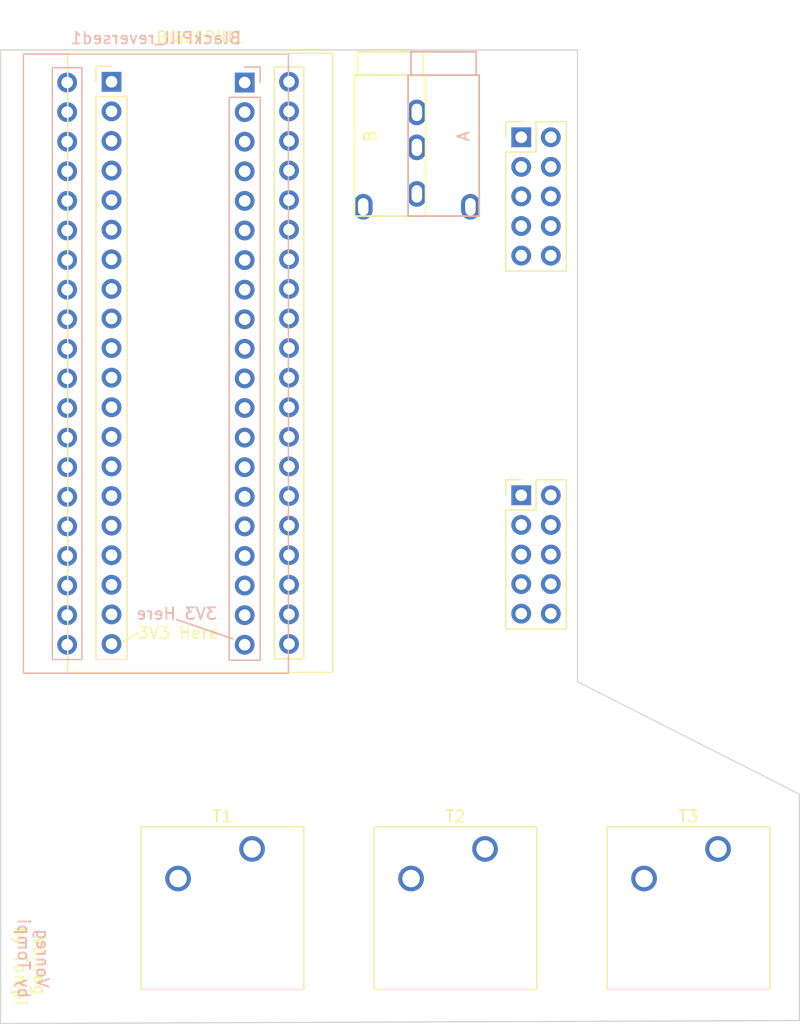
<source format=kicad_pcb>
(kicad_pcb (version 20211014) (generator pcbnew)
  (layers (0 "F.Cu" signal) (31 "B.Cu" signal) (34 "B.Paste" user) (35 "F.Paste" user) (36 "B.SilkS" user "B.Silkscreen") (37 "F.SilkS" user "F.Silkscreen") (38 "B.Mask" user) (39 "F.Mask" user) (44 "Edge.Cuts" user))
  (net 0 "")
  (net 2 "K1")
  (net 3 "GND")
  (net 4 "K2")
  (net 5 "3V3")
  (net 6 "K3")
  (net 8 "K4")
  (net 11 "K13")
  (net 13 "K14")
  (net 15 "K15")
  (net 17 "T1")
  (net 19 "T2")
  (net 20 "K5")
  (net 21 "T3")
  (net 22 "K6")
  (net 24 "K7")
  (net 25 "TX1")
  (net 26 "K8")
  (net 28 "K9")
  (net 30 "K10")
  (net 32 "K11")
  (net 34 "K12")
  (footprint "Button_Switch_Keyboard:SW_Cherry_MX_1.00u_PCB" (layer "F.Cu") (at 83.6295 103.886)
    (fp_text reference "T2" (at -2.54 -2.794) (layer "F.SilkS"))
    (fp_text value "SW_Push")
    (fp_line (start 4.445 -1.905) (end 4.445 12.065) (layer "F.SilkS") (width 0.12))
    (fp_line (start 4.445 12.065) (end -9.525 12.065) (layer "F.SilkS") (width 0.12))
    (fp_line (start -9.525 -1.905) (end 4.445 -1.905) (layer "F.SilkS") (width 0.12))
    (fp_line (start -9.525 12.065) (end -9.525 -1.905) (layer "F.SilkS") (width 0.12))
    (pad "" np_thru_hole circle (at -7.62 5.08) (size 1.7 1.7) (drill 1.7) (layers *.Cu *.Mask))
    (pad "" np_thru_hole circle (at -2.54 5.08) (size 4 4) (drill 4) (layers *.Cu *.Mask))
    (pad "" np_thru_hole circle (at 2.54 5.08) (size 1.7 1.7) (drill 1.7) (layers *.Cu *.Mask))
    (pad "1" thru_hole circle (at 0 0) (size 2.2 2.2) (drill 1.5) (layers *.Cu *.Mask) (net 3 "GND"))
    (pad "2" thru_hole circle (at -6.35 2.54) (size 2.2 2.2) (drill 1.5) (layers *.Cu *.Mask) (net 19 "T2"))
  )
  (footprint "Button_Switch_Keyboard:SW_Cherry_MX_1.00u_PCB" (layer "F.Cu") (at 103.632 103.886)
    (fp_text reference "T3" (at -2.54 -2.794) (layer "F.SilkS"))
    (fp_text value "SW_Push")
    (fp_line (start 4.445 12.065) (end -9.525 12.065) (layer "F.SilkS") (width 0.12))
    (fp_line (start -9.525 -1.905) (end 4.445 -1.905) (layer "F.SilkS") (width 0.12))
    (fp_line (start -9.525 12.065) (end -9.525 -1.905) (layer "F.SilkS") (width 0.12))
    (fp_line (start 4.445 -1.905) (end 4.445 12.065) (layer "F.SilkS") (width 0.12))
    (pad "" np_thru_hole circle (at -2.54 5.08) (size 4 4) (drill 4) (layers *.Cu *.Mask))
    (pad "" np_thru_hole circle (at 2.54 5.08) (size 1.7 1.7) (drill 1.7) (layers *.Cu *.Mask))
    (pad "" np_thru_hole circle (at -7.62 5.08) (size 1.7 1.7) (drill 1.7) (layers *.Cu *.Mask))
    (pad "1" thru_hole circle (at 0 0) (size 2.2 2.2) (drill 1.5) (layers *.Cu *.Mask) (net 3 "GND"))
    (pad "2" thru_hole circle (at -6.35 2.54) (size 2.2 2.2) (drill 1.5) (layers *.Cu *.Mask) (net 21 "T3"))
  )
  (footprint "Connector_PinHeader_2.54mm:PinHeader_2x05_P2.54mm_Vertical" (layer "F.Cu") (at 86.736 73.533)
    (fp_text reference "" (at 1.27 -2.33) (layer "F.SilkS"))
    (fp_text value "Conn_02x05_Odd_Even")
    (fp_line (start -1.33 1.27) (end 1.27 1.27) (layer "F.SilkS") (width 0.12))
    (fp_line (start -1.33 0) (end -1.33 -1.33) (layer "F.SilkS") (width 0.12))
    (fp_line (start 1.27 1.27) (end 1.27 -1.33) (layer "F.SilkS") (width 0.12))
    (fp_line (start -1.33 11.49) (end 3.87 11.49) (layer "F.SilkS") (width 0.12))
    (fp_line (start -1.33 1.27) (end -1.33 11.49) (layer "F.SilkS") (width 0.12))
    (fp_line (start 3.87 -1.33) (end 3.87 11.49) (layer "F.SilkS") (width 0.12))
    (fp_line (start 1.27 -1.33) (end 3.87 -1.33) (layer "F.SilkS") (width 0.12))
    (fp_line (start -1.33 -1.33) (end 0 -1.33) (layer "F.SilkS") (width 0.12))
    (pad "1" thru_hole rect (at 0 0) (size 1.7 1.7) (drill 1) (layers *.Cu *.Mask) (net 32 "K11"))
    (pad "2" thru_hole oval (at 2.54 0) (size 1.7 1.7) (drill 1) (layers *.Cu *.Mask) (net 34 "K12"))
    (pad "3" thru_hole oval (at 0 2.54) (size 1.7 1.7) (drill 1) (layers *.Cu *.Mask) (net 11 "K13"))
    (pad "4" thru_hole oval (at 2.54 2.54) (size 1.7 1.7) (drill 1) (layers *.Cu *.Mask) (net 13 "K14"))
    (pad "5" thru_hole oval (at 0 5.08) (size 1.7 1.7) (drill 1) (layers *.Cu *.Mask) (net 15 "K15"))
    (pad "6" thru_hole oval (at 2.54 5.08) (size 1.7 1.7) (drill 1) (layers *.Cu *.Mask))
    (pad "7" thru_hole oval (at 0 7.62) (size 1.7 1.7) (drill 1) (layers *.Cu *.Mask))
    (pad "8" thru_hole oval (at 2.54 7.62) (size 1.7 1.7) (drill 1) (layers *.Cu *.Mask))
    (pad "9" thru_hole oval (at 0 10.16) (size 1.7 1.7) (drill 1) (layers *.Cu *.Mask))
    (pad "10" thru_hole oval (at 2.54 10.16) (size 1.7 1.7) (drill 1) (layers *.Cu *.Mask) (net 3 "GND"))
  )
  (footprint "Button_Switch_Keyboard:SW_Cherry_MX_1.00u_PCB" (layer "F.Cu") (at 63.627 103.886)
    (fp_text reference "T1" (at -2.54 -2.794) (layer "F.SilkS"))
    (fp_text value "SW_Push")
    (fp_line (start 4.445 -1.905) (end 4.445 12.065) (layer "F.SilkS") (width 0.12))
    (fp_line (start -9.525 12.065) (end -9.525 -1.905) (layer "F.SilkS") (width 0.12))
    (fp_line (start 4.445 12.065) (end -9.525 12.065) (layer "F.SilkS") (width 0.12))
    (fp_line (start -9.525 -1.905) (end 4.445 -1.905) (layer "F.SilkS") (width 0.12))
    (pad "" np_thru_hole circle (at -7.62 5.08) (size 1.7 1.7) (drill 1.7) (layers *.Cu *.Mask))
    (pad "" np_thru_hole circle (at -2.54 5.08) (size 4 4) (drill 4) (layers *.Cu *.Mask))
    (pad "" np_thru_hole circle (at 2.54 5.08) (size 1.7 1.7) (drill 1.7) (layers *.Cu *.Mask))
    (pad "1" thru_hole circle (at 0 0) (size 2.2 2.2) (drill 1.5) (layers *.Cu *.Mask) (net 3 "GND"))
    (pad "2" thru_hole circle (at -6.35 2.54) (size 2.2 2.2) (drill 1.5) (layers *.Cu *.Mask) (net 17 "T1"))
  )
  (footprint "keebio:TRRS-PJ-320A-dual" (layer "F.Cu") (at 77.773 37.465)
    (fp_text reference "J1")
    (fp_text value "AudioJack4")
    (fp_text user "A" (at 4 5.25 270) (layer "B.SilkS") (effects (justify mirror)))
    (fp_text user "B" (at -4 5.25 90) (layer "F.SilkS"))
    (fp_line (start -0.75 0) (end -0.75 12.1) (layer "B.SilkS") (width 0.15))
    (fp_line (start 5.35 0) (end 5.35 12.1) (layer "B.SilkS") (width 0.15))
    (fp_line (start -0.75 12.1) (end 5.35 12.1) (layer "B.SilkS") (width 0.15))
    (fp_line (start 5.1 0) (end 5.1 -2) (layer "B.SilkS") (width 0.15))
    (fp_line (start -0.75 0) (end 5.35 0) (layer "B.SilkS") (width 0.15))
    (fp_line (start -0.5 0) (end -0.5 -2) (layer "B.SilkS") (width 0.15))
    (fp_line (start -0.5 -2) (end 5.1 -2) (layer "B.SilkS") (width 0.15))
    (fp_line (start 0.5 0) (end 0.5 -2) (layer "F.SilkS") (width 0.15))
    (fp_line (start 0.75 0) (end 0.75 12.1) (layer "F.SilkS") (width 0.15))
    (fp_line (start -5.1 0) (end -5.1 -2) (layer "F.SilkS") (width 0.15))
    (fp_line (start 0.75 12.1) (end -5.35 12.1) (layer "F.SilkS") (width 0.15))
    (fp_line (start 0.75 0) (end -5.35 0) (layer "F.SilkS") (width 0.15))
    (fp_line (start -5.35 0) (end -5.35 12.1) (layer "F.SilkS") (width 0.15))
    (fp_line (start 0.5 -2) (end -5.1 -2) (layer "F.SilkS") (width 0.15))
    (pad "" np_thru_hole circle locked (at 2.3 1.6) (size 1.5 1.5) (drill 1.5) (layers *.Cu *.Mask))
    (pad "" np_thru_hole circle locked (at -2.3 1.6) (size 1.5 1.5) (drill 1.5) (layers *.Cu *.Mask))
    (pad "" np_thru_hole circle locked (at 2.3 8.6) (size 1.5 1.5) (drill 1.5) (layers *.Cu *.Mask))
    (pad "" np_thru_hole circle locked (at -2.3 8.6) (size 1.5 1.5) (drill 1.5) (layers *.Cu *.Mask))
    (pad "1" thru_hole oval locked (at 4.6 11.3) (size 1.6 2.2) (drill oval 0.9 1.5) (layers *.Cu *.Mask))
    (pad "1" thru_hole oval locked (at -4.6 11.3) (size 1.6 2.2) (drill oval 0.9 1.5) (layers *.Cu *.Mask))
    (pad "2" thru_hole oval locked (at 0 10.2) (size 1.6 2.2) (drill oval 0.9 1.5) (layers *.Cu *.Mask))
    (pad "3" thru_hole oval locked (at 0 6.2) (size 1.6 2.2) (drill oval 0.9 1.5) (layers *.Cu *.Mask))
    (pad "4" thru_hole oval locked (at 0 3.2) (size 1.6 2.2) (drill oval 0.9 1.5) (layers *.Cu *.Mask))
  )
  (footprint "Blackpill:YAAJ_WeAct_BlackPill_2" (layer "F.Cu") (at 51.562 38.035)
    (fp_text reference "BlackPill1" (at 7.62 -3.81) (layer "F.SilkS"))
    (fp_text value "YAAJ_WeAct_BlackPill_Part_Like" hide)
    (fp_line (start -1.33 49.59) (end -1.33 1.27) (layer "F.SilkS") (width 0.12))
    (fp_line (start -1.33 -1.33) (end 0 -1.33) (layer "F.SilkS") (width 0.12))
    (fp_line (start 13.97 49.53) (end 13.97 -1.27) (layer "F.SilkS") (width 0.12))
    (fp_line (start 13.97 -1.27) (end 16.51 -1.27) (layer "F.SilkS") (width 0.12))
    (fp_line (start 1.33 49.59) (end -1.33 49.59) (layer "F.SilkS") (width 0.12))
    (fp_line (start -3.755 -2.445) (end 18.995 -2.445) (layer "F.SilkS") (width 0.12))
    (fp_line (start 18.995 -2.445) (end 18.995 50.705) (layer "F.SilkS") (width 0.12))
    (fp_line (start 16.51 -1.27) (end 16.51 49.53) (layer "F.SilkS") (width 0.12))
    (fp_line (start 1.33 1.27) (end 1.33 49.59) (layer "F.SilkS") (width 0.12))
    (fp_line (start 16.51 49.53) (end 13.97 49.53) (layer "F.SilkS") (width 0.12))
    (fp_line (start -1.33 1.27) (end 1.33 1.27) (layer "F.SilkS") (width 0.12))
    (fp_line (start -3.755 50.705) (end -3.755 -2.445) (layer "F.SilkS") (width 0.12))
    (fp_line (start -1.33 0) (end -1.33 -1.33) (layer "F.SilkS") (width 0.12))
    (fp_line (start 18.995 50.705) (end -3.755 50.705) (layer "F.SilkS") (width 0.12))
    (pad "1" thru_hole rect locked (at 0 0) (size 1.7 1.7) (drill 1) (layers *.Cu *.Mask) (net 2 "K1"))
    (pad "2" thru_hole circle locked (at 0 2.54) (size 1.7 1.7) (drill 1) (layers *.Cu *.Mask) (net 4 "K2"))
    (pad "3" thru_hole circle locked (at 0 5.08) (size 1.7 1.7) (drill 1) (layers *.Cu *.Mask) (net 6 "K3"))
    (pad "4" thru_hole circle locked (at 0 7.62) (size 1.7 1.7) (drill 1) (layers *.Cu *.Mask) (net 8 "K4"))
    (pad "5" thru_hole circle locked (at 0 10.16) (size 1.7 1.7) (drill 1) (layers *.Cu *.Mask))
    (pad "6" thru_hole circle locked (at 0 12.7) (size 1.7 1.7) (drill 1) (layers *.Cu *.Mask))
    (pad "7" thru_hole circle locked (at 0 15.24) (size 1.7 1.7) (drill 1) (layers *.Cu *.Mask))
    (pad "8" thru_hole circle locked (at 0 17.78) (size 1.7 1.7) (drill 1) (layers *.Cu *.Mask))
    (pad "9" thru_hole circle locked (at 0 20.32) (size 1.7 1.7) (drill 1) (layers *.Cu *.Mask))
    (pad "10" thru_hole circle locked (at 0 22.86) (size 1.7 1.7) (drill 1) (layers *.Cu *.Mask) (net 20 "K5"))
    (pad "11" thru_hole circle locked (at 0 25.4) (size 1.7 1.7) (drill 1) (layers *.Cu *.Mask) (net 22 "K6"))
    (pad "12" thru_hole circle locked (at 0 27.94) (size 1.7 1.7) (drill 1) (layers *.Cu *.Mask) (net 24 "K7"))
    (pad "13" thru_hole circle locked (at 0 30.48) (size 1.7 1.7) (drill 1) (layers *.Cu *.Mask) (net 26 "K8"))
    (pad "14" thru_hole circle locked (at 0 33.02) (size 1.7 1.7) (drill 1) (layers *.Cu *.Mask) (net 28 "K9"))
    (pad "15" thru_hole circle locked (at 0 35.56) (size 1.7 1.7) (drill 1) (layers *.Cu *.Mask) (net 30 "K10"))
    (pad "16" thru_hole circle locked (at 0 38.1) (size 1.7 1.7) (drill 1) (layers *.Cu *.Mask) (net 32 "K11"))
    (pad "17" thru_hole circle locked (at 0 40.64) (size 1.7 1.7) (drill 1) (layers *.Cu *.Mask) (net 34 "K12"))
    (pad "18" thru_hole circle locked (at 0 43.18) (size 1.7 1.7) (drill 1) (layers *.Cu *.Mask))
    (pad "19" thru_hole circle locked (at 0 45.72) (size 1.7 1.7) (drill 1) (layers *.Cu *.Mask) (net 3 "GND"))
    (pad "20" thru_hole circle locked (at 0 48.26) (size 1.7 1.7) (drill 1) (layers *.Cu *.Mask) (net 5 "3V3"))
    (pad "21" thru_hole circle locked (at 15.24 48.26) (size 1.7 1.7) (drill 1) (layers *.Cu *.Mask))
    (pad "22" thru_hole circle locked (at 15.24 45.72) (size 1.7 1.7) (drill 1) (layers *.Cu *.Mask))
    (pad "23" thru_hole circle locked (at 15.24 43.18) (size 1.7 1.7) (drill 1) (layers *.Cu *.Mask))
    (pad "24" thru_hole circle locked (at 15.24 40.64) (size 1.7 1.7) (drill 1) (layers *.Cu *.Mask))
    (pad "25" thru_hole circle locked (at 15.24 38.1) (size 1.7 1.7) (drill 1) (layers *.Cu *.Mask))
    (pad "26" thru_hole circle locked (at 15.24 35.56) (size 1.7 1.7) (drill 1) (layers *.Cu *.Mask))
    (pad "27" thru_hole circle locked (at 15.24 33.02) (size 1.7 1.7) (drill 1) (layers *.Cu *.Mask))
    (pad "28" thru_hole circle locked (at 15.24 30.48) (size 1.7 1.7) (drill 1) (layers *.Cu *.Mask) (net 25 "TX1"))
    (pad "29" thru_hole circle locked (at 15.24 27.94) (size 1.7 1.7) (drill 1) (layers *.Cu *.Mask))
    (pad "30" thru_hole circle locked (at 15.24 25.4) (size 1.7 1.7) (drill 1) (layers *.Cu *.Mask) (net 21 "T3"))
    (pad "31" thru_hole circle locked (at 15.24 22.86) (size 1.7 1.7) (drill 1) (layers *.Cu *.Mask) (net 19 "T2"))
    (pad "32" thru_hole circle locked (at 15.24 20.32) (size 1.7 1.7) (drill 1) (layers *.Cu *.Mask) (net 17 "T1"))
    (pad "33" thru_hole circle locked (at 15.24 17.78) (size 1.7 1.7) (drill 1) (layers *.Cu *.Mask) (net 15 "K15"))
    (pad "34" thru_hole circle locked (at 15.24 15.24) (size 1.7 1.7) (drill 1) (layers *.Cu *.Mask) (net 13 "K14"))
    (pad "35" thru_hole circle locked (at 15.24 12.7) (size 1.7 1.7) (drill 1) (layers *.Cu *.Mask) (net 11 "K13"))
    (pad "36" thru_hole circle locked (at 15.24 10.16) (size 1.7 1.7) (drill 1) (layers *.Cu *.Mask))
    (pad "37" thru_hole circle locked (at 15.24 7.62) (size 1.7 1.7) (drill 1) (layers *.Cu *.Mask))
    (pad "38" thru_hole circle locked (at 15.24 5.08) (size 1.7 1.7) (drill 1) (layers *.Cu *.Mask) (net 5 "3V3"))
    (pad "39" thru_hole circle locked (at 15.24 2.54) (size 1.7 1.7) (drill 1) (layers *.Cu *.Mask) (net 3 "GND"))
    (pad "40" thru_hole circle locked (at 15.24 0) (size 1.7 1.7) (drill 1) (layers *.Cu *.Mask))
  )
  (footprint "Connector_PinHeader_2.54mm:PinHeader_2x05_P2.54mm_Vertical" (layer "F.Cu") (at 86.736 42.799)
    (fp_text reference "" (at 1.27 -2.33) (layer "F.SilkS"))
    (fp_text value "Conn_02x05_Odd_Even")
    (fp_line (start 3.87 -1.33) (end 3.87 11.49) (layer "F.SilkS") (width 0.12))
    (fp_line (start -1.33 -1.33) (end 0 -1.33) (layer "F.SilkS") (width 0.12))
    (fp_line (start -1.33 1.27) (end -1.33 11.49) (layer "F.SilkS") (width 0.12))
    (fp_line (start -1.33 0) (end -1.33 -1.33) (layer "F.SilkS") (width 0.12))
    (fp_line (start 1.27 -1.33) (end 3.87 -1.33) (layer "F.SilkS") (width 0.12))
    (fp_line (start 1.27 1.27) (end 1.27 -1.33) (layer "F.SilkS") (width 0.12))
    (fp_line (start -1.33 11.49) (end 3.87 11.49) (layer "F.SilkS") (width 0.12))
    (fp_line (start -1.33 1.27) (end 1.27 1.27) (layer "F.SilkS") (width 0.12))
    (pad "1" thru_hole rect (at 0 0) (size 1.7 1.7) (drill 1) (layers *.Cu *.Mask) (net 2 "K1"))
    (pad "2" thru_hole oval (at 2.54 0) (size 1.7 1.7) (drill 1) (layers *.Cu *.Mask) (net 4 "K2"))
    (pad "3" thru_hole oval (at 0 2.54) (size 1.7 1.7) (drill 1) (layers *.Cu *.Mask) (net 6 "K3"))
    (pad "4" thru_hole oval (at 2.54 2.54) (size 1.7 1.7) (drill 1) (layers *.Cu *.Mask) (net 8 "K4"))
    (pad "5" thru_hole oval (at 0 5.08) (size 1.7 1.7) (drill 1) (layers *.Cu *.Mask) (net 20 "K5"))
    (pad "6" thru_hole oval (at 2.54 5.08) (size 1.7 1.7) (drill 1) (layers *.Cu *.Mask) (net 22 "K6"))
    (pad "7" thru_hole oval (at 0 7.62) (size 1.7 1.7) (drill 1) (layers *.Cu *.Mask) (net 24 "K7"))
    (pad "8" thru_hole oval (at 2.54 7.62) (size 1.7 1.7) (drill 1) (layers *.Cu *.Mask) (net 26 "K8"))
    (pad "9" thru_hole oval (at 0 10.16) (size 1.7 1.7) (drill 1) (layers *.Cu *.Mask) (net 28 "K9"))
    (pad "10" thru_hole oval (at 2.54 10.16) (size 1.7 1.7) (drill 1) (layers *.Cu *.Mask) (net 30 "K10"))
  )
  (footprint "Blackpill:YAAJ_WeAct_BlackPill_2" (layer "B.Cu") (at 62.992 38.1 180)
    (fp_text reference "BlackPill_reversed1" (at 7.62 3.81) (layer "B.SilkS") (effects (justify mirror)))
    (fp_text value "YAAJ_WeAct_BlackPill_Part_Like" hide)
    (fp_line (start 13.97 1.27) (end 16.51 1.27) (layer "B.SilkS") (width 0.12))
    (fp_line (start 18.995 2.445) (end 18.995 -50.705) (layer "B.SilkS") (width 0.12))
    (fp_line (start 1.33 -49.59) (end -1.33 -49.59) (layer "B.SilkS") (width 0.12))
    (fp_line (start -1.33 1.33) (end 0 1.33) (layer "B.SilkS") (width 0.12))
    (fp_line (start 16.51 1.27) (end 16.51 -49.53) (layer "B.SilkS") (width 0.12))
    (fp_line (start -3.755 -50.705) (end -3.755 2.445) (layer "B.SilkS") (width 0.12))
    (fp_line (start 1.33 -1.27) (end 1.33 -49.59) (layer "B.SilkS") (width 0.12))
    (fp_line (start 16.51 -49.53) (end 13.97 -49.53) (layer "B.SilkS") (width 0.12))
    (fp_line (start 13.97 -49.53) (end 13.97 1.27) (layer "B.SilkS") (width 0.12))
    (fp_line (start 18.995 -50.705) (end -3.755 -50.705) (layer "B.SilkS") (width 0.12))
    (fp_line (start -1.33 -1.27) (end 1.33 -1.27) (layer "B.SilkS") (width 0.12))
    (fp_line (start -1.33 0) (end -1.33 1.33) (layer "B.SilkS") (width 0.12))
    (fp_line (start -1.33 -49.59) (end -1.33 -1.27) (layer "B.SilkS") (width 0.12))
    (fp_line (start -3.755 2.445) (end 18.995 2.445) (layer "B.SilkS") (width 0.12))
    (pad "1" thru_hole rect locked (at 0 0 180) (size 1.7 1.7) (drill 1) (layers *.Cu *.Mask) (net 2 "K1"))
    (pad "2" thru_hole circle locked (at 0 -2.54 180) (size 1.7 1.7) (drill 1) (layers *.Cu *.Mask) (net 4 "K2"))
    (pad "3" thru_hole circle locked (at 0 -5.08 180) (size 1.7 1.7) (drill 1) (layers *.Cu *.Mask) (net 6 "K3"))
    (pad "4" thru_hole circle locked (at 0 -7.62 180) (size 1.7 1.7) (drill 1) (layers *.Cu *.Mask) (net 8 "K4"))
    (pad "5" thru_hole circle locked (at 0 -10.16 180) (size 1.7 1.7) (drill 1) (layers *.Cu *.Mask))
    (pad "6" thru_hole circle locked (at 0 -12.7 180) (size 1.7 1.7) (drill 1) (layers *.Cu *.Mask))
    (pad "7" thru_hole circle locked (at 0 -15.24 180) (size 1.7 1.7) (drill 1) (layers *.Cu *.Mask))
    (pad "8" thru_hole circle locked (at 0 -17.78 180) (size 1.7 1.7) (drill 1) (layers *.Cu *.Mask))
    (pad "9" thru_hole circle locked (at 0 -20.32 180) (size 1.7 1.7) (drill 1) (layers *.Cu *.Mask))
    (pad "10" thru_hole circle locked (at 0 -22.86 180) (size 1.7 1.7) (drill 1) (layers *.Cu *.Mask) (net 20 "K5"))
    (pad "11" thru_hole circle locked (at 0 -25.4 180) (size 1.7 1.7) (drill 1) (layers *.Cu *.Mask) (net 22 "K6"))
    (pad "12" thru_hole circle locked (at 0 -27.94 180) (size 1.7 1.7) (drill 1) (layers *.Cu *.Mask) (net 24 "K7"))
    (pad "13" thru_hole circle locked (at 0 -30.48 180) (size 1.7 1.7) (drill 1) (layers *.Cu *.Mask) (net 26 "K8"))
    (pad "14" thru_hole circle locked (at 0 -33.02 180) (size 1.7 1.7) (drill 1) (layers *.Cu *.Mask) (net 28 "K9"))
    (pad "15" thru_hole circle locked (at 0 -35.56 180) (size 1.7 1.7) (drill 1) (layers *.Cu *.Mask) (net 30 "K10"))
    (pad "16" thru_hole circle locked (at 0 -38.1 180) (size 1.7 1.7) (drill 1) (layers *.Cu *.Mask) (net 32 "K11"))
    (pad "17" thru_hole circle locked (at 0 -40.64 180) (size 1.7 1.7) (drill 1) (layers *.Cu *.Mask) (net 34 "K12"))
    (pad "18" thru_hole circle locked (at 0 -43.18 180) (size 1.7 1.7) (drill 1) (layers *.Cu *.Mask))
    (pad "19" thru_hole circle locked (at 0 -45.72 180) (size 1.7 1.7) (drill 1) (layers *.Cu *.Mask) (net 3 "GND"))
    (pad "20" thru_hole circle locked (at 0 -48.26 180) (size 1.7 1.7) (drill 1) (layers *.Cu *.Mask) (net 5 "3V3"))
    (pad "21" thru_hole circle locked (at 15.24 -48.26 180) (size 1.7 1.7) (drill 1) (layers *.Cu *.Mask))
    (pad "22" thru_hole circle locked (at 15.24 -45.72 180) (size 1.7 1.7) (drill 1) (layers *.Cu *.Mask))
    (pad "23" thru_hole circle locked (at 15.24 -43.18 180) (size 1.7 1.7) (drill 1) (layers *.Cu *.Mask))
    (pad "24" thru_hole circle locked (at 15.24 -40.64 180) (size 1.7 1.7) (drill 1) (layers *.Cu *.Mask))
    (pad "25" thru_hole circle locked (at 15.24 -38.1 180) (size 1.7 1.7) (drill 1) (layers *.Cu *.Mask))
    (pad "26" thru_hole circle locked (at 15.24 -35.56 180) (size 1.7 1.7) (drill 1) (layers *.Cu *.Mask))
    (pad "27" thru_hole circle locked (at 15.24 -33.02 180) (size 1.7 1.7) (drill 1) (layers *.Cu *.Mask))
    (pad "28" thru_hole circle locked (at 15.24 -30.48 180) (size 1.7 1.7) (drill 1) (layers *.Cu *.Mask) (net 25 "TX1"))
    (pad "29" thru_hole circle locked (at 15.24 -27.94 180) (size 1.7 1.7) (drill 1) (layers *.Cu *.Mask))
    (pad "30" thru_hole circle locked (at 15.24 -25.4 180) (size 1.7 1.7) (drill 1) (layers *.Cu *.Mask) (net 21 "T3"))
    (pad "31" thru_hole circle locked (at 15.24 -22.86 180) (size 1.7 1.7) (drill 1) (layers *.Cu *.Mask) (net 19 "T2"))
    (pad "32" thru_hole circle locked (at 15.24 -20.32 180) (size 1.7 1.7) (drill 1) (layers *.Cu *.Mask) (net 17 "T1"))
    (pad "33" thru_hole circle locked (at 15.24 -17.78 180) (size 1.7 1.7) (drill 1) (layers *.Cu *.Mask) (net 15 "K15"))
    (pad "34" thru_hole circle locked (at 15.24 -15.24 180) (size 1.7 1.7) (drill 1) (layers *.Cu *.Mask) (net 13 "K14"))
    (pad "35" thru_hole circle locked (at 15.24 -12.7 180) (size 1.7 1.7) (drill 1) (layers *.Cu *.Mask) (net 11 "K13"))
    (pad "36" thru_hole circle locked (at 15.24 -10.16 180) (size 1.7 1.7) (drill 1) (layers *.Cu *.Mask))
    (pad "37" thru_hole circle locked (at 15.24 -7.62 180) (size 1.7 1.7) (drill 1) (layers *.Cu *.Mask))
    (pad "38" thru_hole circle locked (at 15.24 -5.08 180) (size 1.7 1.7) (drill 1) (layers *.Cu *.Mask) (net 5 "3V3"))
    (pad "39" thru_hole circle locked (at 15.24 -2.54 180) (size 1.7 1.7) (drill 1) (layers *.Cu *.Mask) (net 3 "GND"))
    (pad "40" thru_hole circle locked (at 15.24 0 180) (size 1.7 1.7) (drill 1) (layers *.Cu *.Mask))
  )
  (gr_line (start 57.15 84.201) (end 61.976 85.852) (layer "B.SilkS") (width 0.15))
  (gr_line (start 53.848 85.344) (end 52.578 86.106) (layer "F.SilkS") (width 0.15))
  (gr_line (start 42.037 35.306) (end 91.567 35.306) (layer "Edge.Cuts") (width 0.1))
  (gr_line (start 42.037 118.872) (end 42.037 35.306) (layer "Edge.Cuts") (width 0.1))
  (gr_line (start 110.617 118.618) (end 42.037 118.872) (layer "Edge.Cuts") (width 0.1))
  (gr_line (start 91.567 35.306) (end 91.567 89.535) (layer "Edge.Cuts") (width 0.1))
  (gr_line (start 110.617 99.187) (end 110.617 118.618) (layer "Edge.Cuts") (width 0.1))
  (gr_line (start 91.567 89.535) (end 110.617 99.187) (layer "Edge.Cuts") (width 0.1))
  (gr_text "3V3 Here" (at 57.15 83.693) (layer "B.SilkS") (effects (font (size 1 1)) (justify mirror)))
  (gr_text "Vonreg\nby Tompi" (at 44.831 113.284 270) (layer "B.SilkS") (effects (font (size 1 1)) (justify mirror)))
  (gr_text "3V3 Here" (at 57.277 85.344) (layer "F.SilkS") (effects (font (size 1 1))))
  (gr_text "Vonreg\nby Tompi" (at 44.577 113.919 -90) (layer "F.SilkS") (effects (font (size 1 1))))
)
</source>
